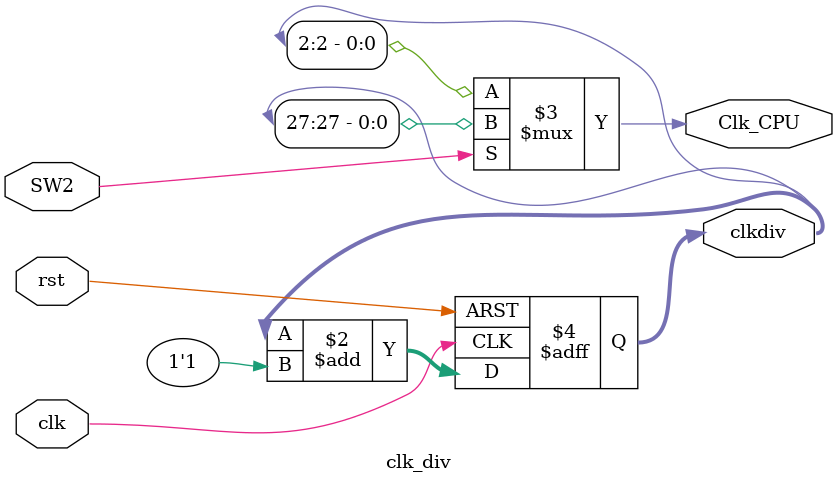
<source format=v>
`timescale 1ns / 1ps
module clk_div(input clk,
					input rst,
					input SW2,
					output reg[31:0]clkdiv,
					output Clk_CPU
					);

// Clock divider-Ê±ÖÓ·ÖÆµÆ÷


	always @ (posedge clk or posedge rst) begin
		if (rst) clkdiv <= 0; else clkdiv <= clkdiv + 1'b1; end

	assign Clk_CPU=(SW2)? clkdiv[27] : clkdiv[2];

endmodule

</source>
